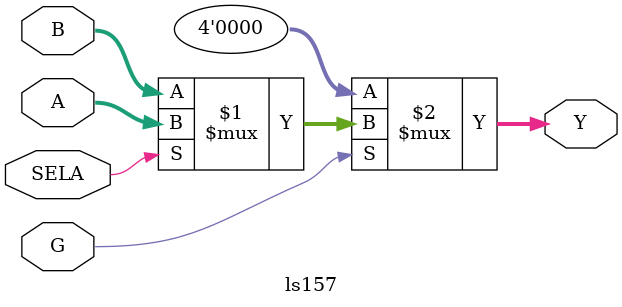
<source format=v>
`timescale 1ns / 1ps
module ls157(
        input wire G,
        input wire SELA,
        input wire [3:0] A,
        input wire [3:0] B,
        output wire [3:0] Y
    );

	assign Y = G ? (SELA ? A : B) : 4'b0;

endmodule

</source>
